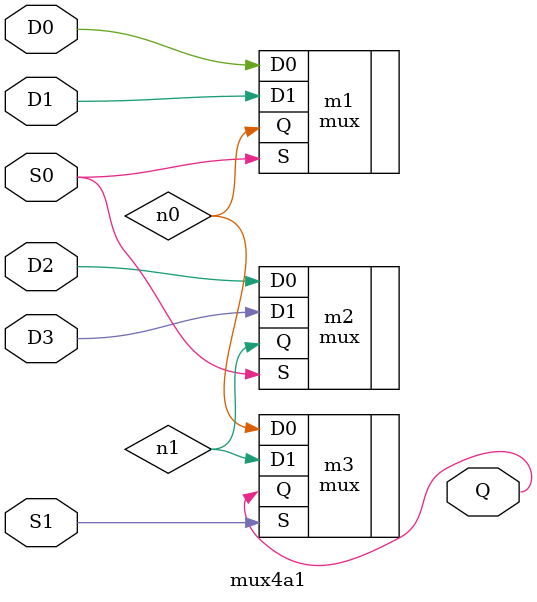
<source format=sv>

`timescale 1ns/1ps

module mux4a1( input D0, D1, D2, D3, S0, S1, output Q);
  
  wire n0, n1;
  mux m1 (.D0(D0), .D1(D1), .S(S0), .Q(n0));
  mux m2 (.D0(D2), .D1(D3), .S(S0), .Q(n1));
  mux m3 (.D0(n0), .D1(n1), .S(S1), .Q(Q));
  
endmodule

  

</source>
